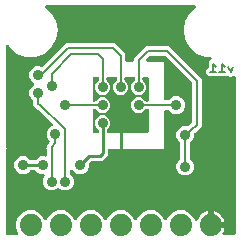
<source format=gbr>
G04 EAGLE Gerber RS-274X export*
G75*
%MOMM*%
%FSLAX34Y34*%
%LPD*%
%INBottom Copper*%
%IPPOS*%
%AMOC8*
5,1,8,0,0,1.08239X$1,22.5*%
G01*
%ADD10C,0.127000*%
%ADD11C,1.879600*%
%ADD12C,0.889000*%
%ADD13C,0.254000*%
%ADD14C,0.203200*%

G36*
X13549Y4325D02*
X13549Y4325D01*
X13599Y4323D01*
X13706Y4345D01*
X13815Y4359D01*
X13861Y4377D01*
X13910Y4387D01*
X14009Y4435D01*
X14111Y4476D01*
X14151Y4505D01*
X14196Y4527D01*
X14280Y4598D01*
X14368Y4662D01*
X14400Y4701D01*
X14438Y4733D01*
X14501Y4823D01*
X14571Y4907D01*
X14592Y4952D01*
X14621Y4993D01*
X14660Y5096D01*
X14707Y5195D01*
X14716Y5244D01*
X14734Y5290D01*
X14746Y5400D01*
X14767Y5507D01*
X14763Y5557D01*
X14769Y5606D01*
X14754Y5715D01*
X14747Y5825D01*
X14731Y5872D01*
X14725Y5921D01*
X14672Y6074D01*
X12953Y10224D01*
X12953Y15176D01*
X14848Y19750D01*
X18350Y23252D01*
X22924Y25147D01*
X27876Y25147D01*
X32450Y23252D01*
X35952Y19751D01*
X36927Y17395D01*
X36996Y17274D01*
X37061Y17152D01*
X37075Y17137D01*
X37085Y17119D01*
X37182Y17019D01*
X37275Y16916D01*
X37292Y16905D01*
X37306Y16891D01*
X37424Y16818D01*
X37541Y16742D01*
X37560Y16735D01*
X37577Y16724D01*
X37710Y16684D01*
X37842Y16638D01*
X37862Y16637D01*
X37881Y16631D01*
X38020Y16624D01*
X38159Y16613D01*
X38179Y16617D01*
X38199Y16616D01*
X38335Y16644D01*
X38472Y16668D01*
X38491Y16676D01*
X38510Y16680D01*
X38635Y16741D01*
X38762Y16798D01*
X38778Y16811D01*
X38796Y16820D01*
X38902Y16910D01*
X39010Y16997D01*
X39023Y17013D01*
X39038Y17026D01*
X39118Y17140D01*
X39202Y17251D01*
X39214Y17276D01*
X39221Y17286D01*
X39228Y17305D01*
X39273Y17395D01*
X40248Y19750D01*
X43750Y23252D01*
X48324Y25147D01*
X53276Y25147D01*
X57850Y23252D01*
X61352Y19750D01*
X62327Y17395D01*
X62396Y17275D01*
X62461Y17152D01*
X62475Y17137D01*
X62485Y17119D01*
X62582Y17019D01*
X62675Y16916D01*
X62692Y16905D01*
X62706Y16891D01*
X62824Y16818D01*
X62941Y16742D01*
X62960Y16735D01*
X62977Y16724D01*
X63110Y16684D01*
X63242Y16638D01*
X63262Y16637D01*
X63281Y16631D01*
X63420Y16624D01*
X63559Y16613D01*
X63579Y16617D01*
X63599Y16616D01*
X63735Y16644D01*
X63872Y16668D01*
X63891Y16676D01*
X63910Y16680D01*
X64035Y16741D01*
X64162Y16798D01*
X64178Y16811D01*
X64196Y16820D01*
X64302Y16910D01*
X64410Y16997D01*
X64423Y17013D01*
X64438Y17026D01*
X64518Y17140D01*
X64602Y17251D01*
X64614Y17276D01*
X64621Y17286D01*
X64628Y17305D01*
X64673Y17395D01*
X65648Y19750D01*
X69150Y23252D01*
X73724Y25147D01*
X78676Y25147D01*
X83250Y23252D01*
X86752Y19750D01*
X87727Y17395D01*
X87796Y17275D01*
X87861Y17152D01*
X87875Y17137D01*
X87885Y17119D01*
X87982Y17019D01*
X88075Y16916D01*
X88092Y16905D01*
X88106Y16891D01*
X88224Y16818D01*
X88341Y16742D01*
X88360Y16735D01*
X88377Y16724D01*
X88510Y16684D01*
X88642Y16638D01*
X88662Y16637D01*
X88681Y16631D01*
X88820Y16624D01*
X88959Y16613D01*
X88979Y16617D01*
X88999Y16616D01*
X89135Y16644D01*
X89272Y16668D01*
X89291Y16676D01*
X89310Y16680D01*
X89435Y16741D01*
X89562Y16798D01*
X89578Y16811D01*
X89596Y16820D01*
X89702Y16910D01*
X89810Y16997D01*
X89823Y17013D01*
X89838Y17026D01*
X89918Y17140D01*
X90002Y17251D01*
X90014Y17276D01*
X90021Y17286D01*
X90028Y17305D01*
X90073Y17395D01*
X91048Y19750D01*
X94550Y23252D01*
X99124Y25147D01*
X104076Y25147D01*
X108650Y23252D01*
X112152Y19750D01*
X113127Y17395D01*
X113196Y17275D01*
X113261Y17152D01*
X113275Y17137D01*
X113285Y17119D01*
X113382Y17019D01*
X113475Y16916D01*
X113492Y16905D01*
X113506Y16891D01*
X113624Y16818D01*
X113741Y16742D01*
X113760Y16735D01*
X113777Y16724D01*
X113910Y16684D01*
X114042Y16638D01*
X114062Y16637D01*
X114081Y16631D01*
X114220Y16624D01*
X114359Y16613D01*
X114379Y16617D01*
X114399Y16616D01*
X114535Y16644D01*
X114672Y16668D01*
X114691Y16676D01*
X114710Y16680D01*
X114835Y16741D01*
X114962Y16798D01*
X114978Y16811D01*
X114996Y16820D01*
X115102Y16910D01*
X115210Y16997D01*
X115223Y17013D01*
X115238Y17026D01*
X115318Y17140D01*
X115402Y17251D01*
X115414Y17276D01*
X115421Y17286D01*
X115428Y17305D01*
X115473Y17395D01*
X116448Y19750D01*
X119950Y23252D01*
X124524Y25147D01*
X129476Y25147D01*
X134050Y23252D01*
X137552Y19750D01*
X138527Y17395D01*
X138596Y17275D01*
X138661Y17152D01*
X138675Y17137D01*
X138685Y17119D01*
X138782Y17019D01*
X138875Y16916D01*
X138892Y16905D01*
X138906Y16891D01*
X139024Y16818D01*
X139141Y16742D01*
X139160Y16735D01*
X139177Y16724D01*
X139310Y16684D01*
X139442Y16638D01*
X139462Y16637D01*
X139481Y16631D01*
X139620Y16624D01*
X139759Y16613D01*
X139779Y16617D01*
X139799Y16616D01*
X139935Y16644D01*
X140072Y16668D01*
X140091Y16676D01*
X140110Y16680D01*
X140235Y16741D01*
X140362Y16798D01*
X140378Y16811D01*
X140396Y16820D01*
X140502Y16910D01*
X140610Y16997D01*
X140623Y17013D01*
X140638Y17026D01*
X140718Y17140D01*
X140802Y17251D01*
X140814Y17276D01*
X140821Y17286D01*
X140828Y17305D01*
X140873Y17395D01*
X141848Y19750D01*
X145350Y23252D01*
X149924Y25147D01*
X154876Y25147D01*
X159450Y23252D01*
X162952Y19750D01*
X164205Y16725D01*
X164220Y16699D01*
X164229Y16670D01*
X164299Y16561D01*
X164363Y16448D01*
X164384Y16427D01*
X164400Y16402D01*
X164494Y16313D01*
X164584Y16220D01*
X164610Y16204D01*
X164631Y16184D01*
X164745Y16121D01*
X164855Y16054D01*
X164884Y16045D01*
X164910Y16031D01*
X165035Y15998D01*
X165159Y15960D01*
X165189Y15959D01*
X165218Y15951D01*
X165348Y15951D01*
X165477Y15945D01*
X165506Y15951D01*
X165536Y15951D01*
X165661Y15983D01*
X165788Y16009D01*
X165815Y16022D01*
X165844Y16030D01*
X165957Y16092D01*
X166074Y16149D01*
X166097Y16168D01*
X166123Y16183D01*
X166217Y16271D01*
X166316Y16355D01*
X166333Y16380D01*
X166355Y16400D01*
X166424Y16509D01*
X166499Y16615D01*
X166510Y16643D01*
X166526Y16669D01*
X166585Y16818D01*
X166736Y17283D01*
X167589Y18957D01*
X168694Y20478D01*
X170022Y21806D01*
X171543Y22911D01*
X173217Y23764D01*
X175004Y24345D01*
X175261Y24385D01*
X175261Y13970D01*
X175276Y13852D01*
X175283Y13733D01*
X175296Y13695D01*
X175301Y13655D01*
X175344Y13544D01*
X175381Y13431D01*
X175403Y13397D01*
X175418Y13359D01*
X175488Y13263D01*
X175551Y13162D01*
X175581Y13134D01*
X175604Y13102D01*
X175696Y13026D01*
X175783Y12944D01*
X175818Y12925D01*
X175849Y12899D01*
X175957Y12848D01*
X176061Y12791D01*
X176101Y12780D01*
X176137Y12763D01*
X176254Y12741D01*
X176369Y12711D01*
X176430Y12707D01*
X176450Y12703D01*
X176470Y12705D01*
X176530Y12701D01*
X177801Y12701D01*
X177801Y11430D01*
X177816Y11312D01*
X177823Y11193D01*
X177836Y11155D01*
X177841Y11114D01*
X177885Y11004D01*
X177921Y10891D01*
X177943Y10856D01*
X177958Y10819D01*
X178028Y10723D01*
X178091Y10622D01*
X178121Y10594D01*
X178145Y10561D01*
X178236Y10486D01*
X178323Y10404D01*
X178358Y10384D01*
X178390Y10359D01*
X178497Y10308D01*
X178602Y10250D01*
X178641Y10240D01*
X178677Y10223D01*
X178794Y10201D01*
X178909Y10171D01*
X178970Y10167D01*
X178990Y10163D01*
X179010Y10165D01*
X179070Y10161D01*
X189485Y10161D01*
X189445Y9904D01*
X188864Y8117D01*
X188011Y6443D01*
X187932Y6334D01*
X187913Y6299D01*
X187887Y6269D01*
X187836Y6160D01*
X187779Y6056D01*
X187769Y6017D01*
X187752Y5981D01*
X187729Y5864D01*
X187700Y5747D01*
X187700Y5708D01*
X187692Y5668D01*
X187700Y5549D01*
X187699Y5429D01*
X187709Y5391D01*
X187712Y5351D01*
X187749Y5237D01*
X187778Y5121D01*
X187798Y5086D01*
X187810Y5049D01*
X187874Y4948D01*
X187931Y4843D01*
X187959Y4814D01*
X187980Y4780D01*
X188067Y4698D01*
X188149Y4611D01*
X188183Y4589D01*
X188212Y4562D01*
X188316Y4504D01*
X188417Y4440D01*
X188455Y4428D01*
X188490Y4408D01*
X188606Y4379D01*
X188720Y4341D01*
X188760Y4339D01*
X188798Y4329D01*
X188959Y4319D01*
X197612Y4319D01*
X197730Y4334D01*
X197849Y4341D01*
X197887Y4354D01*
X197928Y4359D01*
X198038Y4402D01*
X198151Y4439D01*
X198186Y4461D01*
X198223Y4476D01*
X198319Y4545D01*
X198420Y4609D01*
X198448Y4639D01*
X198481Y4662D01*
X198557Y4754D01*
X198638Y4841D01*
X198658Y4876D01*
X198683Y4907D01*
X198734Y5015D01*
X198792Y5119D01*
X198802Y5159D01*
X198819Y5195D01*
X198841Y5312D01*
X198871Y5427D01*
X198875Y5487D01*
X198879Y5507D01*
X198877Y5528D01*
X198881Y5588D01*
X198881Y138087D01*
X198881Y138091D01*
X198881Y138096D01*
X198861Y138248D01*
X198841Y138402D01*
X198840Y138407D01*
X198839Y138411D01*
X198782Y138552D01*
X198724Y138698D01*
X198722Y138702D01*
X198720Y138706D01*
X198627Y138832D01*
X198538Y138956D01*
X198534Y138958D01*
X198531Y138962D01*
X198411Y139061D01*
X198293Y139158D01*
X198288Y139160D01*
X198285Y139163D01*
X198142Y139229D01*
X198005Y139294D01*
X198001Y139295D01*
X197996Y139297D01*
X197843Y139325D01*
X197693Y139354D01*
X197688Y139353D01*
X197684Y139354D01*
X197530Y139344D01*
X197375Y139334D01*
X197371Y139332D01*
X197366Y139332D01*
X197211Y139291D01*
X196288Y138984D01*
X196280Y138979D01*
X196270Y138977D01*
X196122Y138915D01*
X195050Y138379D01*
X195027Y138383D01*
X194879Y138412D01*
X194870Y138412D01*
X194861Y138413D01*
X194712Y138403D01*
X194561Y138395D01*
X194553Y138392D01*
X194544Y138391D01*
X194518Y138384D01*
X193457Y138915D01*
X193448Y138918D01*
X193440Y138923D01*
X193291Y138984D01*
X192631Y139203D01*
X192491Y139231D01*
X192351Y139263D01*
X192335Y139262D01*
X192320Y139265D01*
X192176Y139257D01*
X192033Y139253D01*
X192018Y139249D01*
X192002Y139248D01*
X191865Y139204D01*
X191727Y139165D01*
X191714Y139157D01*
X191699Y139152D01*
X191577Y139076D01*
X191453Y139003D01*
X191437Y138989D01*
X191429Y138984D01*
X191416Y138970D01*
X191333Y138897D01*
X191119Y138683D01*
X176007Y138683D01*
X173850Y140841D01*
X173850Y143893D01*
X175766Y145809D01*
X175826Y145887D01*
X175894Y145959D01*
X175924Y146012D01*
X175961Y146060D01*
X176000Y146151D01*
X176048Y146238D01*
X176063Y146297D01*
X176087Y146352D01*
X176103Y146450D01*
X176127Y146546D01*
X176134Y146646D01*
X176137Y146666D01*
X176136Y146679D01*
X176137Y146707D01*
X176137Y150757D01*
X178407Y153027D01*
X178493Y153136D01*
X178581Y153243D01*
X178590Y153262D01*
X178602Y153278D01*
X178658Y153406D01*
X178717Y153531D01*
X178721Y153551D01*
X178729Y153570D01*
X178751Y153708D01*
X178777Y153844D01*
X178775Y153864D01*
X178778Y153884D01*
X178765Y154023D01*
X178757Y154161D01*
X178751Y154180D01*
X178749Y154200D01*
X178701Y154332D01*
X178659Y154463D01*
X178648Y154481D01*
X178641Y154500D01*
X178563Y154615D01*
X178489Y154732D01*
X178474Y154746D01*
X178462Y154763D01*
X178358Y154855D01*
X178257Y154950D01*
X178239Y154960D01*
X178224Y154973D01*
X178100Y155037D01*
X177978Y155104D01*
X177959Y155109D01*
X177941Y155118D01*
X177805Y155148D01*
X177671Y155183D01*
X177642Y155185D01*
X177630Y155188D01*
X177610Y155187D01*
X177510Y155193D01*
X173814Y155193D01*
X166322Y157920D01*
X160215Y163044D01*
X156229Y169949D01*
X154845Y177800D01*
X156229Y185651D01*
X160215Y192555D01*
X165082Y196640D01*
X165106Y196666D01*
X165135Y196686D01*
X165214Y196782D01*
X165299Y196873D01*
X165315Y196904D01*
X165338Y196931D01*
X165391Y197044D01*
X165450Y197153D01*
X165458Y197187D01*
X165474Y197219D01*
X165497Y197341D01*
X165527Y197461D01*
X165527Y197497D01*
X165533Y197532D01*
X165526Y197655D01*
X165525Y197779D01*
X165516Y197814D01*
X165514Y197849D01*
X165475Y197967D01*
X165444Y198087D01*
X165426Y198118D01*
X165416Y198151D01*
X165349Y198256D01*
X165289Y198365D01*
X165264Y198390D01*
X165245Y198420D01*
X165155Y198505D01*
X165070Y198595D01*
X165040Y198614D01*
X165014Y198638D01*
X164905Y198698D01*
X164800Y198764D01*
X164766Y198775D01*
X164735Y198792D01*
X164615Y198823D01*
X164497Y198860D01*
X164462Y198862D01*
X164427Y198871D01*
X164267Y198881D01*
X38933Y198881D01*
X38898Y198877D01*
X38863Y198879D01*
X38741Y198857D01*
X38618Y198841D01*
X38585Y198828D01*
X38550Y198822D01*
X38437Y198770D01*
X38322Y198724D01*
X38294Y198704D01*
X38261Y198689D01*
X38165Y198610D01*
X38065Y198538D01*
X38042Y198510D01*
X38015Y198488D01*
X37941Y198388D01*
X37862Y198293D01*
X37847Y198261D01*
X37826Y198232D01*
X37779Y198117D01*
X37726Y198005D01*
X37720Y197970D01*
X37707Y197937D01*
X37690Y197814D01*
X37667Y197693D01*
X37669Y197657D01*
X37664Y197622D01*
X37679Y197499D01*
X37686Y197375D01*
X37697Y197341D01*
X37702Y197306D01*
X37746Y197191D01*
X37784Y197073D01*
X37803Y197043D01*
X37816Y197010D01*
X37888Y196909D01*
X37955Y196804D01*
X37980Y196780D01*
X38001Y196751D01*
X38118Y196640D01*
X42985Y192556D01*
X46971Y185651D01*
X48355Y177800D01*
X46971Y169949D01*
X42985Y163045D01*
X36878Y157920D01*
X29386Y155193D01*
X21414Y155193D01*
X13922Y157920D01*
X7815Y163044D01*
X6687Y164998D01*
X6599Y165114D01*
X6514Y165232D01*
X6503Y165241D01*
X6495Y165251D01*
X6381Y165342D01*
X6269Y165435D01*
X6256Y165441D01*
X6246Y165449D01*
X6112Y165509D01*
X5981Y165570D01*
X5968Y165573D01*
X5955Y165578D01*
X5811Y165603D01*
X5668Y165630D01*
X5655Y165629D01*
X5642Y165632D01*
X5496Y165619D01*
X5351Y165610D01*
X5338Y165606D01*
X5325Y165605D01*
X5187Y165557D01*
X5049Y165512D01*
X5037Y165505D01*
X5024Y165501D01*
X4903Y165420D01*
X4780Y165342D01*
X4771Y165332D01*
X4759Y165325D01*
X4662Y165217D01*
X4562Y165111D01*
X4555Y165099D01*
X4546Y165089D01*
X4479Y164960D01*
X4408Y164832D01*
X4405Y164819D01*
X4399Y164807D01*
X4365Y164665D01*
X4329Y164524D01*
X4328Y164506D01*
X4326Y164498D01*
X4326Y164480D01*
X4319Y164363D01*
X4319Y78740D01*
X4334Y78622D01*
X4341Y78503D01*
X4354Y78465D01*
X4359Y78424D01*
X4402Y78314D01*
X4439Y78201D01*
X4461Y78166D01*
X4476Y78129D01*
X4545Y78033D01*
X4609Y77932D01*
X4639Y77904D01*
X4662Y77871D01*
X4754Y77796D01*
X4841Y77714D01*
X4876Y77694D01*
X4907Y77669D01*
X5015Y77618D01*
X5119Y77560D01*
X5159Y77550D01*
X5195Y77533D01*
X5312Y77511D01*
X5427Y77481D01*
X5487Y77477D01*
X5507Y77473D01*
X5528Y77475D01*
X5588Y77471D01*
X37846Y77471D01*
X37964Y77486D01*
X38083Y77493D01*
X38121Y77506D01*
X38162Y77511D01*
X38272Y77554D01*
X38385Y77591D01*
X38420Y77613D01*
X38457Y77628D01*
X38553Y77698D01*
X38654Y77761D01*
X38682Y77791D01*
X38715Y77814D01*
X38791Y77906D01*
X38872Y77993D01*
X38892Y78028D01*
X38917Y78059D01*
X38968Y78167D01*
X39026Y78271D01*
X39036Y78311D01*
X39053Y78347D01*
X39075Y78464D01*
X39105Y78579D01*
X39109Y78640D01*
X39113Y78660D01*
X39111Y78680D01*
X39115Y78740D01*
X39115Y80424D01*
X41094Y82403D01*
X41168Y82497D01*
X41246Y82586D01*
X41265Y82622D01*
X41289Y82654D01*
X41337Y82764D01*
X41391Y82869D01*
X41400Y82909D01*
X41416Y82946D01*
X41434Y83064D01*
X41460Y83180D01*
X41459Y83220D01*
X41466Y83260D01*
X41454Y83379D01*
X41451Y83498D01*
X41440Y83536D01*
X41436Y83577D01*
X41395Y83689D01*
X41362Y83803D01*
X41342Y83838D01*
X41328Y83876D01*
X41261Y83975D01*
X41201Y84077D01*
X41161Y84122D01*
X41150Y84139D01*
X41134Y84153D01*
X41094Y84198D01*
X40002Y85290D01*
X38861Y88044D01*
X38861Y91026D01*
X40002Y93780D01*
X42110Y95888D01*
X43529Y96476D01*
X43591Y96511D01*
X43658Y96538D01*
X43729Y96590D01*
X43806Y96633D01*
X43857Y96683D01*
X43915Y96725D01*
X43971Y96793D01*
X44034Y96855D01*
X44071Y96916D01*
X44117Y96971D01*
X44154Y97051D01*
X44200Y97126D01*
X44221Y97194D01*
X44252Y97259D01*
X44268Y97346D01*
X44294Y97430D01*
X44297Y97501D01*
X44311Y97571D01*
X44305Y97659D01*
X44309Y97747D01*
X44295Y97817D01*
X44290Y97889D01*
X44263Y97972D01*
X44245Y98059D01*
X44213Y98123D01*
X44191Y98191D01*
X44144Y98265D01*
X44105Y98344D01*
X44059Y98399D01*
X44020Y98459D01*
X43910Y98576D01*
X31784Y109894D01*
X31721Y109939D01*
X31665Y109992D01*
X31593Y110032D01*
X31526Y110080D01*
X31469Y110102D01*
X30438Y111133D01*
X30211Y111361D01*
X30201Y111369D01*
X30179Y111391D01*
X28878Y112606D01*
X28852Y112664D01*
X28805Y112725D01*
X28766Y112792D01*
X28659Y112912D01*
X27685Y113886D01*
X27685Y117401D01*
X27673Y117499D01*
X27670Y117598D01*
X27653Y117657D01*
X27645Y117717D01*
X27609Y117809D01*
X27581Y117904D01*
X27551Y117956D01*
X27528Y118012D01*
X27470Y118093D01*
X27420Y118178D01*
X27354Y118253D01*
X27342Y118270D01*
X27332Y118278D01*
X27314Y118299D01*
X25397Y120215D01*
X24256Y122969D01*
X24256Y125951D01*
X25397Y128705D01*
X27505Y130813D01*
X27733Y130907D01*
X27853Y130976D01*
X27977Y131041D01*
X27992Y131055D01*
X28010Y131065D01*
X28109Y131161D01*
X28212Y131255D01*
X28223Y131272D01*
X28238Y131286D01*
X28311Y131405D01*
X28387Y131521D01*
X28394Y131540D01*
X28404Y131557D01*
X28445Y131690D01*
X28490Y131822D01*
X28492Y131842D01*
X28498Y131861D01*
X28504Y132000D01*
X28515Y132139D01*
X28512Y132159D01*
X28513Y132179D01*
X28485Y132315D01*
X28461Y132452D01*
X28453Y132471D01*
X28449Y132490D01*
X28388Y132615D01*
X28330Y132742D01*
X28318Y132758D01*
X28309Y132776D01*
X28219Y132882D01*
X28132Y132991D01*
X28116Y133003D01*
X28103Y133018D01*
X27989Y133098D01*
X27878Y133182D01*
X27852Y133194D01*
X27843Y133201D01*
X27824Y133208D01*
X27733Y133253D01*
X27505Y133347D01*
X25397Y135455D01*
X24256Y138209D01*
X24256Y141191D01*
X25397Y143945D01*
X27505Y146053D01*
X30259Y147194D01*
X33241Y147194D01*
X34433Y146700D01*
X34462Y146692D01*
X34488Y146679D01*
X34615Y146650D01*
X34740Y146616D01*
X34769Y146615D01*
X34798Y146609D01*
X34928Y146613D01*
X35058Y146611D01*
X35087Y146618D01*
X35116Y146619D01*
X35241Y146655D01*
X35367Y146685D01*
X35393Y146699D01*
X35422Y146707D01*
X35534Y146773D01*
X35648Y146834D01*
X35670Y146853D01*
X35696Y146868D01*
X35816Y146975D01*
X55466Y166625D01*
X96934Y166625D01*
X105665Y157894D01*
X105665Y152400D01*
X105680Y152282D01*
X105687Y152163D01*
X105700Y152125D01*
X105705Y152084D01*
X105748Y151974D01*
X105785Y151861D01*
X105807Y151826D01*
X105822Y151789D01*
X105891Y151693D01*
X105955Y151592D01*
X105985Y151564D01*
X106008Y151531D01*
X106100Y151456D01*
X106187Y151374D01*
X106222Y151354D01*
X106253Y151329D01*
X106361Y151278D01*
X106465Y151220D01*
X106505Y151210D01*
X106541Y151193D01*
X106658Y151171D01*
X106773Y151141D01*
X106833Y151137D01*
X106853Y151133D01*
X106874Y151135D01*
X106934Y151131D01*
X111506Y151131D01*
X111624Y151146D01*
X111743Y151153D01*
X111781Y151166D01*
X111822Y151171D01*
X111932Y151214D01*
X112045Y151251D01*
X112080Y151273D01*
X112117Y151288D01*
X112213Y151358D01*
X112314Y151421D01*
X112342Y151451D01*
X112375Y151474D01*
X112451Y151566D01*
X112532Y151653D01*
X112552Y151688D01*
X112577Y151719D01*
X112628Y151827D01*
X112686Y151931D01*
X112696Y151971D01*
X112713Y152007D01*
X112735Y152124D01*
X112765Y152239D01*
X112769Y152300D01*
X112773Y152320D01*
X112771Y152340D01*
X112775Y152400D01*
X112775Y154084D01*
X122776Y164085D01*
X142654Y164085D01*
X170435Y136304D01*
X170435Y99794D01*
X170442Y99738D01*
X170440Y99681D01*
X170462Y99580D01*
X170475Y99479D01*
X170496Y99426D01*
X170508Y99370D01*
X170544Y99297D01*
X170438Y97697D01*
X170439Y97676D01*
X170435Y97612D01*
X170435Y96015D01*
X170413Y95981D01*
X170387Y95904D01*
X169180Y94848D01*
X169166Y94832D01*
X169119Y94790D01*
X167989Y93661D01*
X167950Y93652D01*
X167858Y93606D01*
X167763Y93568D01*
X167717Y93535D01*
X167666Y93509D01*
X167538Y93411D01*
X164137Y90435D01*
X164044Y90330D01*
X163947Y90227D01*
X163938Y90211D01*
X163926Y90197D01*
X163861Y90072D01*
X163793Y89949D01*
X163789Y89931D01*
X163780Y89915D01*
X163749Y89777D01*
X163714Y89641D01*
X163712Y89615D01*
X163710Y89605D01*
X163710Y89585D01*
X163704Y89480D01*
X163704Y87409D01*
X162563Y84655D01*
X160646Y82739D01*
X160586Y82660D01*
X160518Y82588D01*
X160489Y82535D01*
X160452Y82487D01*
X160412Y82397D01*
X160364Y82310D01*
X160349Y82251D01*
X160325Y82196D01*
X160310Y82098D01*
X160285Y82002D01*
X160279Y81902D01*
X160275Y81882D01*
X160277Y81869D01*
X160275Y81841D01*
X160275Y69289D01*
X160287Y69191D01*
X160290Y69092D01*
X160307Y69033D01*
X160315Y68973D01*
X160351Y68881D01*
X160379Y68786D01*
X160409Y68734D01*
X160432Y68678D01*
X160490Y68597D01*
X160540Y68512D01*
X160606Y68437D01*
X160618Y68420D01*
X160628Y68412D01*
X160646Y68391D01*
X162563Y66475D01*
X163704Y63721D01*
X163704Y60739D01*
X162563Y57985D01*
X160455Y55877D01*
X157701Y54736D01*
X154719Y54736D01*
X151965Y55877D01*
X149857Y57985D01*
X148716Y60739D01*
X148716Y63721D01*
X149857Y66475D01*
X151774Y68391D01*
X151834Y68470D01*
X151902Y68542D01*
X151931Y68595D01*
X151968Y68643D01*
X152008Y68733D01*
X152056Y68820D01*
X152071Y68879D01*
X152095Y68934D01*
X152110Y69032D01*
X152135Y69128D01*
X152141Y69228D01*
X152145Y69248D01*
X152143Y69261D01*
X152145Y69289D01*
X152145Y81841D01*
X152133Y81939D01*
X152130Y82038D01*
X152113Y82097D01*
X152105Y82157D01*
X152069Y82249D01*
X152041Y82344D01*
X152011Y82396D01*
X151988Y82452D01*
X151930Y82533D01*
X151880Y82618D01*
X151814Y82693D01*
X151802Y82710D01*
X151792Y82718D01*
X151774Y82739D01*
X149857Y84655D01*
X148716Y87409D01*
X148716Y90391D01*
X149857Y93145D01*
X151965Y95253D01*
X154719Y96394D01*
X157758Y96394D01*
X157865Y96362D01*
X157878Y96362D01*
X157890Y96358D01*
X158037Y96356D01*
X158183Y96351D01*
X158195Y96353D01*
X158208Y96353D01*
X158350Y96387D01*
X158494Y96418D01*
X158505Y96424D01*
X158517Y96427D01*
X158647Y96496D01*
X158778Y96561D01*
X158791Y96572D01*
X158799Y96576D01*
X158811Y96587D01*
X158905Y96659D01*
X161872Y99255D01*
X161965Y99361D01*
X162062Y99463D01*
X162071Y99479D01*
X162083Y99493D01*
X162148Y99618D01*
X162216Y99742D01*
X162220Y99759D01*
X162229Y99776D01*
X162260Y99913D01*
X162295Y100050D01*
X162297Y100075D01*
X162299Y100086D01*
X162299Y100106D01*
X162305Y100210D01*
X162305Y132411D01*
X162293Y132509D01*
X162290Y132608D01*
X162273Y132666D01*
X162265Y132726D01*
X162229Y132818D01*
X162201Y132913D01*
X162171Y132965D01*
X162148Y133022D01*
X162090Y133102D01*
X162040Y133187D01*
X161974Y133263D01*
X161962Y133279D01*
X161952Y133287D01*
X161934Y133308D01*
X139658Y155584D01*
X139580Y155644D01*
X139508Y155712D01*
X139455Y155741D01*
X139407Y155778D01*
X139316Y155818D01*
X139229Y155866D01*
X139171Y155881D01*
X139115Y155905D01*
X139017Y155920D01*
X138921Y155945D01*
X138821Y155951D01*
X138801Y155955D01*
X138789Y155953D01*
X138761Y155955D01*
X126669Y155955D01*
X126571Y155943D01*
X126472Y155940D01*
X126414Y155923D01*
X126354Y155915D01*
X126262Y155879D01*
X126167Y155851D01*
X126115Y155821D01*
X126058Y155798D01*
X125978Y155740D01*
X125893Y155690D01*
X125817Y155624D01*
X125801Y155612D01*
X125793Y155602D01*
X125772Y155584D01*
X123486Y153298D01*
X123401Y153188D01*
X123312Y153081D01*
X123303Y153062D01*
X123291Y153046D01*
X123235Y152918D01*
X123176Y152793D01*
X123173Y152773D01*
X123165Y152754D01*
X123143Y152616D01*
X123117Y152481D01*
X123118Y152460D01*
X123115Y152440D01*
X123128Y152301D01*
X123136Y152163D01*
X123143Y152144D01*
X123145Y152124D01*
X123192Y151992D01*
X123234Y151861D01*
X123245Y151843D01*
X123252Y151824D01*
X123330Y151709D01*
X123405Y151592D01*
X123419Y151578D01*
X123431Y151561D01*
X123535Y151469D01*
X123636Y151374D01*
X123654Y151364D01*
X123669Y151351D01*
X123793Y151287D01*
X123915Y151220D01*
X123934Y151215D01*
X123952Y151206D01*
X124088Y151176D01*
X124223Y151141D01*
X124251Y151139D01*
X124263Y151137D01*
X124283Y151137D01*
X124383Y151131D01*
X138431Y151131D01*
X138431Y119634D01*
X138446Y119516D01*
X138453Y119397D01*
X138466Y119359D01*
X138471Y119318D01*
X138514Y119208D01*
X138551Y119095D01*
X138573Y119060D01*
X138588Y119023D01*
X138658Y118927D01*
X138721Y118826D01*
X138751Y118798D01*
X138774Y118765D01*
X138866Y118689D01*
X138953Y118608D01*
X138988Y118588D01*
X139019Y118563D01*
X139127Y118512D01*
X139231Y118454D01*
X139271Y118444D01*
X139307Y118427D01*
X139424Y118405D01*
X139539Y118375D01*
X139600Y118371D01*
X139620Y118367D01*
X139640Y118369D01*
X139700Y118365D01*
X141531Y118365D01*
X141629Y118377D01*
X141728Y118380D01*
X141787Y118397D01*
X141847Y118405D01*
X141939Y118441D01*
X142034Y118469D01*
X142086Y118499D01*
X142142Y118522D01*
X142223Y118580D01*
X142308Y118630D01*
X142383Y118696D01*
X142400Y118708D01*
X142408Y118718D01*
X142429Y118736D01*
X144345Y120653D01*
X147099Y121794D01*
X150081Y121794D01*
X152835Y120653D01*
X154943Y118545D01*
X156084Y115791D01*
X156084Y112809D01*
X154943Y110055D01*
X152835Y107947D01*
X150081Y106806D01*
X147099Y106806D01*
X144345Y107947D01*
X142429Y109864D01*
X142350Y109924D01*
X142278Y109992D01*
X142225Y110021D01*
X142177Y110058D01*
X142087Y110098D01*
X142000Y110146D01*
X141941Y110161D01*
X141886Y110185D01*
X141788Y110200D01*
X141692Y110225D01*
X141592Y110231D01*
X141572Y110235D01*
X141559Y110233D01*
X141531Y110235D01*
X139700Y110235D01*
X139582Y110220D01*
X139463Y110213D01*
X139425Y110200D01*
X139384Y110195D01*
X139274Y110152D01*
X139161Y110115D01*
X139126Y110093D01*
X139089Y110078D01*
X138993Y110009D01*
X138892Y109945D01*
X138864Y109915D01*
X138831Y109892D01*
X138756Y109800D01*
X138674Y109713D01*
X138654Y109678D01*
X138629Y109647D01*
X138578Y109539D01*
X138520Y109435D01*
X138510Y109395D01*
X138493Y109359D01*
X138471Y109242D01*
X138441Y109127D01*
X138437Y109067D01*
X138433Y109047D01*
X138435Y109026D01*
X138431Y108966D01*
X138431Y77469D01*
X91948Y77469D01*
X91830Y77454D01*
X91711Y77447D01*
X91673Y77434D01*
X91632Y77429D01*
X91522Y77386D01*
X91409Y77349D01*
X91374Y77327D01*
X91337Y77312D01*
X91241Y77243D01*
X91140Y77179D01*
X91112Y77149D01*
X91079Y77126D01*
X91003Y77034D01*
X90922Y76947D01*
X90902Y76912D01*
X90877Y76881D01*
X90826Y76773D01*
X90768Y76669D01*
X90758Y76629D01*
X90741Y76593D01*
X90719Y76476D01*
X90689Y76361D01*
X90685Y76301D01*
X90681Y76281D01*
X90683Y76260D01*
X90679Y76200D01*
X90679Y71871D01*
X85609Y66801D01*
X77245Y66801D01*
X77146Y66789D01*
X77047Y66786D01*
X76989Y66769D01*
X76929Y66761D01*
X76837Y66725D01*
X76742Y66697D01*
X76690Y66667D01*
X76633Y66644D01*
X76553Y66586D01*
X76468Y66536D01*
X76393Y66470D01*
X76376Y66458D01*
X76368Y66448D01*
X76347Y66430D01*
X75175Y65258D01*
X75115Y65180D01*
X75047Y65107D01*
X75018Y65054D01*
X74981Y65007D01*
X74941Y64916D01*
X74893Y64829D01*
X74878Y64770D01*
X74854Y64715D01*
X74839Y64617D01*
X74814Y64521D01*
X74808Y64421D01*
X74804Y64401D01*
X74806Y64388D01*
X74804Y64360D01*
X74804Y62009D01*
X73663Y59255D01*
X71555Y57147D01*
X68801Y56006D01*
X65819Y56006D01*
X63065Y57147D01*
X60841Y59371D01*
X60732Y59456D01*
X60625Y59545D01*
X60606Y59553D01*
X60590Y59566D01*
X60462Y59621D01*
X60337Y59680D01*
X60317Y59684D01*
X60298Y59692D01*
X60160Y59714D01*
X60024Y59740D01*
X60004Y59739D01*
X59984Y59742D01*
X59845Y59729D01*
X59707Y59720D01*
X59688Y59714D01*
X59668Y59712D01*
X59536Y59665D01*
X59405Y59622D01*
X59387Y59611D01*
X59368Y59605D01*
X59253Y59526D01*
X59136Y59452D01*
X59122Y59437D01*
X59105Y59426D01*
X59013Y59322D01*
X58918Y59220D01*
X58908Y59203D01*
X58895Y59188D01*
X58831Y59063D01*
X58764Y58942D01*
X58759Y58922D01*
X58750Y58904D01*
X58720Y58768D01*
X58685Y58634D01*
X58683Y58606D01*
X58680Y58594D01*
X58681Y58574D01*
X58675Y58473D01*
X58675Y56589D01*
X58687Y56491D01*
X58690Y56392D01*
X58707Y56333D01*
X58715Y56273D01*
X58751Y56181D01*
X58779Y56086D01*
X58809Y56034D01*
X58832Y55978D01*
X58890Y55897D01*
X58940Y55812D01*
X59006Y55737D01*
X59018Y55720D01*
X59028Y55712D01*
X59046Y55691D01*
X60963Y53775D01*
X62104Y51021D01*
X62104Y48039D01*
X60963Y45285D01*
X58855Y43177D01*
X56101Y42036D01*
X53119Y42036D01*
X50365Y43177D01*
X49792Y43750D01*
X49698Y43823D01*
X49609Y43902D01*
X49573Y43920D01*
X49541Y43945D01*
X49432Y43992D01*
X49326Y44046D01*
X49287Y44055D01*
X49249Y44071D01*
X49132Y44090D01*
X49016Y44116D01*
X48975Y44115D01*
X48935Y44121D01*
X48817Y44110D01*
X48698Y44106D01*
X48659Y44095D01*
X48619Y44091D01*
X48507Y44051D01*
X48392Y44018D01*
X48357Y43997D01*
X48319Y43984D01*
X48221Y43917D01*
X48118Y43856D01*
X48073Y43816D01*
X48056Y43805D01*
X48043Y43790D01*
X47997Y43750D01*
X47425Y43177D01*
X44671Y42036D01*
X41689Y42036D01*
X38935Y43177D01*
X36827Y45285D01*
X35686Y48039D01*
X35686Y51021D01*
X36827Y53775D01*
X36892Y53839D01*
X36977Y53949D01*
X37066Y54056D01*
X37074Y54075D01*
X37087Y54091D01*
X37142Y54218D01*
X37201Y54344D01*
X37205Y54364D01*
X37213Y54383D01*
X37235Y54520D01*
X37261Y54657D01*
X37260Y54677D01*
X37263Y54697D01*
X37250Y54835D01*
X37241Y54974D01*
X37235Y54993D01*
X37233Y55013D01*
X37186Y55144D01*
X37143Y55276D01*
X37132Y55294D01*
X37126Y55313D01*
X37047Y55428D01*
X36973Y55545D01*
X36958Y55559D01*
X36947Y55576D01*
X36843Y55668D01*
X36741Y55763D01*
X36724Y55773D01*
X36709Y55786D01*
X36585Y55849D01*
X36463Y55917D01*
X36443Y55922D01*
X36425Y55931D01*
X36290Y55961D01*
X36155Y55996D01*
X36127Y55998D01*
X36115Y56001D01*
X36095Y56000D01*
X35994Y56006D01*
X34069Y56006D01*
X31315Y57147D01*
X29653Y58810D01*
X29575Y58870D01*
X29502Y58938D01*
X29449Y58967D01*
X29402Y59004D01*
X29311Y59044D01*
X29224Y59092D01*
X29165Y59107D01*
X29110Y59131D01*
X29012Y59146D01*
X28916Y59171D01*
X28816Y59177D01*
X28796Y59181D01*
X28783Y59179D01*
X28755Y59181D01*
X25855Y59181D01*
X25757Y59169D01*
X25657Y59166D01*
X25599Y59149D01*
X25539Y59141D01*
X25447Y59105D01*
X25352Y59077D01*
X25300Y59047D01*
X25243Y59024D01*
X25163Y58966D01*
X25078Y58916D01*
X25003Y58850D01*
X24986Y58838D01*
X24978Y58828D01*
X24957Y58810D01*
X23295Y57147D01*
X20541Y56006D01*
X17559Y56006D01*
X14805Y57147D01*
X12697Y59255D01*
X11556Y62009D01*
X11556Y64991D01*
X12697Y67745D01*
X14805Y69853D01*
X17559Y70994D01*
X20541Y70994D01*
X23295Y69853D01*
X24957Y68190D01*
X25035Y68130D01*
X25108Y68062D01*
X25161Y68033D01*
X25208Y67996D01*
X25299Y67956D01*
X25386Y67908D01*
X25445Y67893D01*
X25500Y67869D01*
X25598Y67854D01*
X25694Y67829D01*
X25794Y67823D01*
X25814Y67819D01*
X25827Y67821D01*
X25855Y67819D01*
X28755Y67819D01*
X28853Y67831D01*
X28953Y67834D01*
X29011Y67851D01*
X29071Y67859D01*
X29163Y67895D01*
X29258Y67923D01*
X29310Y67953D01*
X29367Y67976D01*
X29447Y68034D01*
X29532Y68084D01*
X29607Y68150D01*
X29624Y68162D01*
X29632Y68172D01*
X29653Y68190D01*
X31315Y69853D01*
X34069Y70994D01*
X37051Y70994D01*
X37360Y70865D01*
X37408Y70852D01*
X37453Y70831D01*
X37561Y70811D01*
X37667Y70782D01*
X37717Y70781D01*
X37766Y70771D01*
X37875Y70778D01*
X37985Y70776D01*
X38033Y70788D01*
X38083Y70791D01*
X38187Y70825D01*
X38294Y70851D01*
X38338Y70874D01*
X38385Y70889D01*
X38478Y70948D01*
X38575Y70999D01*
X38612Y71033D01*
X38654Y71059D01*
X38729Y71139D01*
X38811Y71213D01*
X38838Y71255D01*
X38872Y71291D01*
X38925Y71387D01*
X38985Y71479D01*
X39002Y71526D01*
X39026Y71569D01*
X39053Y71676D01*
X39089Y71780D01*
X39093Y71829D01*
X39105Y71877D01*
X39115Y72038D01*
X39115Y76200D01*
X39100Y76318D01*
X39093Y76437D01*
X39080Y76475D01*
X39075Y76516D01*
X39032Y76626D01*
X38995Y76739D01*
X38973Y76774D01*
X38958Y76811D01*
X38889Y76907D01*
X38825Y77008D01*
X38795Y77036D01*
X38772Y77069D01*
X38680Y77145D01*
X38593Y77226D01*
X38558Y77246D01*
X38527Y77271D01*
X38419Y77322D01*
X38315Y77380D01*
X38275Y77390D01*
X38239Y77407D01*
X38122Y77429D01*
X38007Y77459D01*
X37947Y77463D01*
X37927Y77467D01*
X37906Y77465D01*
X37846Y77469D01*
X5588Y77469D01*
X5470Y77454D01*
X5351Y77447D01*
X5313Y77434D01*
X5272Y77429D01*
X5162Y77386D01*
X5049Y77349D01*
X5014Y77327D01*
X4977Y77312D01*
X4881Y77243D01*
X4780Y77179D01*
X4752Y77149D01*
X4719Y77126D01*
X4643Y77034D01*
X4562Y76947D01*
X4542Y76912D01*
X4517Y76881D01*
X4466Y76773D01*
X4408Y76669D01*
X4398Y76629D01*
X4381Y76593D01*
X4359Y76476D01*
X4329Y76361D01*
X4325Y76301D01*
X4321Y76281D01*
X4323Y76260D01*
X4319Y76200D01*
X4319Y5588D01*
X4334Y5470D01*
X4341Y5351D01*
X4354Y5313D01*
X4359Y5272D01*
X4402Y5162D01*
X4439Y5049D01*
X4461Y5014D01*
X4476Y4977D01*
X4545Y4881D01*
X4609Y4780D01*
X4639Y4752D01*
X4662Y4719D01*
X4754Y4643D01*
X4841Y4562D01*
X4876Y4542D01*
X4907Y4517D01*
X5015Y4466D01*
X5119Y4408D01*
X5159Y4398D01*
X5195Y4381D01*
X5312Y4359D01*
X5427Y4329D01*
X5487Y4325D01*
X5507Y4321D01*
X5528Y4323D01*
X5588Y4319D01*
X13500Y4319D01*
X13549Y4325D01*
G37*
G36*
X82316Y90682D02*
X82316Y90682D01*
X82335Y90680D01*
X82437Y90702D01*
X82539Y90719D01*
X82556Y90728D01*
X82576Y90732D01*
X82665Y90785D01*
X82756Y90834D01*
X82770Y90848D01*
X82787Y90858D01*
X82854Y90937D01*
X82926Y91012D01*
X82934Y91030D01*
X82947Y91045D01*
X82986Y91141D01*
X83029Y91235D01*
X83031Y91255D01*
X83039Y91273D01*
X83057Y91440D01*
X83057Y92908D01*
X83038Y93023D01*
X83021Y93139D01*
X83018Y93145D01*
X83018Y93151D01*
X82963Y93253D01*
X82910Y93358D01*
X82905Y93363D01*
X82902Y93368D01*
X82818Y93448D01*
X82734Y93531D01*
X82728Y93534D01*
X82724Y93537D01*
X82720Y93540D01*
X80868Y95391D01*
X79882Y97772D01*
X79882Y100348D01*
X80868Y102729D01*
X82691Y104552D01*
X85072Y105538D01*
X87648Y105538D01*
X90029Y104552D01*
X91852Y102729D01*
X92838Y100348D01*
X92838Y97772D01*
X91852Y95391D01*
X89977Y93516D01*
X89933Y93490D01*
X89929Y93485D01*
X89924Y93482D01*
X89850Y93392D01*
X89773Y93303D01*
X89771Y93297D01*
X89767Y93292D01*
X89725Y93184D01*
X89681Y93075D01*
X89680Y93067D01*
X89679Y93063D01*
X89678Y93045D01*
X89663Y92908D01*
X89663Y91440D01*
X89666Y91420D01*
X89664Y91401D01*
X89686Y91299D01*
X89702Y91197D01*
X89712Y91180D01*
X89716Y91160D01*
X89769Y91071D01*
X89818Y90980D01*
X89832Y90966D01*
X89842Y90949D01*
X89921Y90882D01*
X89996Y90811D01*
X90014Y90802D01*
X90029Y90789D01*
X90125Y90750D01*
X90219Y90707D01*
X90239Y90705D01*
X90257Y90697D01*
X90424Y90679D01*
X124460Y90679D01*
X124480Y90682D01*
X124499Y90680D01*
X124601Y90702D01*
X124703Y90719D01*
X124720Y90728D01*
X124740Y90732D01*
X124829Y90785D01*
X124920Y90834D01*
X124934Y90848D01*
X124951Y90858D01*
X125018Y90937D01*
X125090Y91012D01*
X125098Y91030D01*
X125111Y91045D01*
X125150Y91141D01*
X125193Y91235D01*
X125195Y91255D01*
X125203Y91273D01*
X125221Y91440D01*
X125221Y110490D01*
X125219Y110502D01*
X125220Y110511D01*
X125219Y110517D01*
X125220Y110529D01*
X125198Y110631D01*
X125182Y110733D01*
X125172Y110750D01*
X125168Y110770D01*
X125115Y110859D01*
X125066Y110950D01*
X125052Y110964D01*
X125042Y110981D01*
X124963Y111048D01*
X124888Y111120D01*
X124870Y111128D01*
X124855Y111141D01*
X124759Y111180D01*
X124665Y111223D01*
X124645Y111225D01*
X124627Y111233D01*
X124460Y111251D01*
X123097Y111251D01*
X122983Y111233D01*
X122866Y111215D01*
X122861Y111213D01*
X122855Y111212D01*
X122752Y111157D01*
X122647Y111104D01*
X122643Y111099D01*
X122637Y111096D01*
X122557Y111012D01*
X122475Y110928D01*
X122471Y110922D01*
X122468Y110918D01*
X122460Y110901D01*
X122394Y110781D01*
X122332Y110631D01*
X120509Y108808D01*
X118128Y107822D01*
X115552Y107822D01*
X113171Y108808D01*
X111348Y110631D01*
X110362Y113012D01*
X110362Y115588D01*
X111348Y117969D01*
X113171Y119792D01*
X115552Y120778D01*
X118128Y120778D01*
X120509Y119792D01*
X122332Y117969D01*
X122394Y117819D01*
X122455Y117720D01*
X122515Y117619D01*
X122520Y117615D01*
X122524Y117610D01*
X122613Y117536D01*
X122702Y117459D01*
X122708Y117457D01*
X122713Y117453D01*
X122821Y117411D01*
X122931Y117367D01*
X122938Y117366D01*
X122943Y117365D01*
X122961Y117364D01*
X123097Y117349D01*
X124460Y117349D01*
X124480Y117352D01*
X124499Y117350D01*
X124601Y117372D01*
X124703Y117388D01*
X124720Y117398D01*
X124740Y117402D01*
X124829Y117455D01*
X124920Y117504D01*
X124934Y117518D01*
X124951Y117528D01*
X125018Y117607D01*
X125090Y117682D01*
X125098Y117700D01*
X125111Y117715D01*
X125150Y117811D01*
X125193Y117905D01*
X125195Y117925D01*
X125203Y117943D01*
X125221Y118110D01*
X125221Y137160D01*
X125218Y137180D01*
X125220Y137199D01*
X125198Y137301D01*
X125182Y137403D01*
X125172Y137420D01*
X125168Y137440D01*
X125115Y137529D01*
X125066Y137620D01*
X125052Y137634D01*
X125042Y137651D01*
X124963Y137718D01*
X124888Y137790D01*
X124870Y137798D01*
X124855Y137811D01*
X124759Y137850D01*
X124665Y137893D01*
X124645Y137895D01*
X124627Y137903D01*
X124460Y137921D01*
X120650Y137921D01*
X120630Y137918D01*
X120611Y137920D01*
X120509Y137898D01*
X120407Y137882D01*
X120390Y137872D01*
X120370Y137868D01*
X120281Y137815D01*
X120190Y137766D01*
X120176Y137752D01*
X120159Y137742D01*
X120092Y137663D01*
X120020Y137588D01*
X120012Y137570D01*
X119999Y137555D01*
X119960Y137459D01*
X119917Y137365D01*
X119915Y137345D01*
X119907Y137327D01*
X119889Y137160D01*
X119889Y135797D01*
X119907Y135683D01*
X119925Y135566D01*
X119927Y135561D01*
X119928Y135555D01*
X119983Y135452D01*
X120036Y135347D01*
X120041Y135343D01*
X120044Y135337D01*
X120128Y135257D01*
X120212Y135175D01*
X120218Y135171D01*
X120222Y135168D01*
X120239Y135160D01*
X120359Y135094D01*
X120509Y135032D01*
X122332Y133209D01*
X123318Y130828D01*
X123318Y128252D01*
X122332Y125871D01*
X120509Y124048D01*
X118128Y123062D01*
X115552Y123062D01*
X113171Y124048D01*
X111348Y125871D01*
X110362Y128252D01*
X110362Y130828D01*
X111348Y133209D01*
X113171Y135032D01*
X113321Y135094D01*
X113420Y135155D01*
X113521Y135215D01*
X113525Y135220D01*
X113530Y135224D01*
X113604Y135313D01*
X113681Y135402D01*
X113683Y135408D01*
X113687Y135413D01*
X113729Y135521D01*
X113773Y135631D01*
X113774Y135638D01*
X113775Y135643D01*
X113776Y135661D01*
X113791Y135797D01*
X113791Y137160D01*
X113788Y137180D01*
X113790Y137199D01*
X113768Y137301D01*
X113752Y137403D01*
X113742Y137420D01*
X113738Y137440D01*
X113685Y137529D01*
X113636Y137620D01*
X113622Y137634D01*
X113612Y137651D01*
X113533Y137718D01*
X113458Y137790D01*
X113440Y137798D01*
X113425Y137811D01*
X113329Y137850D01*
X113235Y137893D01*
X113215Y137895D01*
X113197Y137903D01*
X113030Y137921D01*
X105410Y137921D01*
X105390Y137918D01*
X105371Y137920D01*
X105269Y137898D01*
X105167Y137882D01*
X105150Y137872D01*
X105130Y137868D01*
X105041Y137815D01*
X104950Y137766D01*
X104936Y137752D01*
X104919Y137742D01*
X104852Y137663D01*
X104780Y137588D01*
X104772Y137570D01*
X104759Y137555D01*
X104720Y137459D01*
X104677Y137365D01*
X104675Y137345D01*
X104667Y137327D01*
X104649Y137160D01*
X104649Y135797D01*
X104667Y135683D01*
X104685Y135566D01*
X104687Y135561D01*
X104688Y135555D01*
X104743Y135452D01*
X104796Y135347D01*
X104801Y135343D01*
X104804Y135337D01*
X104888Y135257D01*
X104972Y135175D01*
X104978Y135171D01*
X104982Y135168D01*
X104999Y135160D01*
X105119Y135094D01*
X105269Y135032D01*
X107092Y133209D01*
X108078Y130828D01*
X108078Y128252D01*
X107092Y125871D01*
X105269Y124048D01*
X102888Y123062D01*
X100312Y123062D01*
X97931Y124048D01*
X96108Y125871D01*
X95122Y128252D01*
X95122Y130828D01*
X96108Y133209D01*
X97931Y135032D01*
X98081Y135094D01*
X98180Y135155D01*
X98281Y135215D01*
X98285Y135220D01*
X98290Y135224D01*
X98364Y135313D01*
X98441Y135402D01*
X98443Y135408D01*
X98447Y135413D01*
X98489Y135521D01*
X98533Y135631D01*
X98534Y135638D01*
X98535Y135643D01*
X98536Y135661D01*
X98551Y135797D01*
X98551Y137160D01*
X98548Y137180D01*
X98550Y137199D01*
X98528Y137301D01*
X98512Y137403D01*
X98502Y137420D01*
X98498Y137440D01*
X98445Y137529D01*
X98396Y137620D01*
X98382Y137634D01*
X98372Y137651D01*
X98293Y137718D01*
X98218Y137790D01*
X98200Y137798D01*
X98185Y137811D01*
X98089Y137850D01*
X97995Y137893D01*
X97975Y137895D01*
X97957Y137903D01*
X97790Y137921D01*
X90170Y137921D01*
X90150Y137918D01*
X90131Y137920D01*
X90029Y137898D01*
X89927Y137882D01*
X89910Y137872D01*
X89890Y137868D01*
X89801Y137815D01*
X89710Y137766D01*
X89696Y137752D01*
X89679Y137742D01*
X89612Y137663D01*
X89540Y137588D01*
X89532Y137570D01*
X89519Y137555D01*
X89480Y137459D01*
X89437Y137365D01*
X89435Y137345D01*
X89427Y137327D01*
X89409Y137160D01*
X89409Y135797D01*
X89427Y135683D01*
X89445Y135566D01*
X89447Y135561D01*
X89448Y135555D01*
X89503Y135452D01*
X89556Y135347D01*
X89561Y135343D01*
X89564Y135337D01*
X89648Y135257D01*
X89732Y135175D01*
X89738Y135171D01*
X89742Y135168D01*
X89759Y135160D01*
X89879Y135094D01*
X90029Y135032D01*
X91852Y133209D01*
X92838Y130828D01*
X92838Y128252D01*
X91852Y125871D01*
X90029Y124048D01*
X87648Y123062D01*
X85072Y123062D01*
X82691Y124048D01*
X80868Y125871D01*
X79882Y128252D01*
X79882Y130828D01*
X80868Y133209D01*
X82691Y135032D01*
X82841Y135094D01*
X82940Y135155D01*
X83041Y135215D01*
X83045Y135220D01*
X83050Y135224D01*
X83124Y135313D01*
X83201Y135402D01*
X83203Y135408D01*
X83207Y135413D01*
X83249Y135521D01*
X83293Y135631D01*
X83294Y135638D01*
X83295Y135643D01*
X83296Y135661D01*
X83311Y135797D01*
X83311Y137160D01*
X83308Y137180D01*
X83310Y137199D01*
X83288Y137301D01*
X83272Y137403D01*
X83262Y137420D01*
X83258Y137440D01*
X83205Y137529D01*
X83156Y137620D01*
X83142Y137634D01*
X83132Y137651D01*
X83053Y137718D01*
X82978Y137790D01*
X82960Y137798D01*
X82945Y137811D01*
X82849Y137850D01*
X82755Y137893D01*
X82735Y137895D01*
X82717Y137903D01*
X82550Y137921D01*
X78740Y137921D01*
X78720Y137918D01*
X78701Y137920D01*
X78599Y137898D01*
X78497Y137882D01*
X78480Y137872D01*
X78460Y137868D01*
X78371Y137815D01*
X78280Y137766D01*
X78266Y137752D01*
X78249Y137742D01*
X78182Y137663D01*
X78111Y137588D01*
X78102Y137570D01*
X78089Y137555D01*
X78050Y137459D01*
X78007Y137365D01*
X78005Y137345D01*
X77997Y137327D01*
X77979Y137160D01*
X77979Y118110D01*
X77982Y118090D01*
X77980Y118071D01*
X78002Y117969D01*
X78019Y117867D01*
X78028Y117850D01*
X78032Y117830D01*
X78085Y117741D01*
X78134Y117650D01*
X78148Y117636D01*
X78158Y117619D01*
X78237Y117552D01*
X78312Y117480D01*
X78330Y117472D01*
X78345Y117459D01*
X78441Y117420D01*
X78535Y117377D01*
X78555Y117375D01*
X78573Y117367D01*
X78740Y117349D01*
X80103Y117349D01*
X80217Y117367D01*
X80334Y117385D01*
X80339Y117387D01*
X80345Y117388D01*
X80448Y117443D01*
X80553Y117496D01*
X80557Y117501D01*
X80563Y117504D01*
X80643Y117588D01*
X80725Y117672D01*
X80729Y117678D01*
X80732Y117682D01*
X80740Y117699D01*
X80806Y117819D01*
X80868Y117969D01*
X82691Y119792D01*
X85072Y120778D01*
X87648Y120778D01*
X90029Y119792D01*
X91852Y117969D01*
X92838Y115588D01*
X92838Y113012D01*
X91852Y110631D01*
X90029Y108808D01*
X87648Y107822D01*
X85072Y107822D01*
X82691Y108808D01*
X80868Y110631D01*
X80806Y110781D01*
X80745Y110880D01*
X80685Y110981D01*
X80680Y110985D01*
X80676Y110990D01*
X80587Y111064D01*
X80498Y111141D01*
X80492Y111143D01*
X80487Y111147D01*
X80379Y111189D01*
X80269Y111233D01*
X80262Y111234D01*
X80257Y111235D01*
X80239Y111236D01*
X80103Y111251D01*
X78740Y111251D01*
X78720Y111248D01*
X78701Y111250D01*
X78599Y111228D01*
X78497Y111212D01*
X78480Y111202D01*
X78460Y111198D01*
X78371Y111145D01*
X78280Y111096D01*
X78266Y111082D01*
X78249Y111072D01*
X78182Y110993D01*
X78111Y110918D01*
X78102Y110900D01*
X78089Y110885D01*
X78050Y110789D01*
X78007Y110695D01*
X78005Y110675D01*
X77997Y110657D01*
X77979Y110490D01*
X77979Y91440D01*
X77982Y91420D01*
X77980Y91401D01*
X78002Y91299D01*
X78019Y91197D01*
X78028Y91180D01*
X78032Y91160D01*
X78085Y91071D01*
X78134Y90980D01*
X78148Y90966D01*
X78158Y90949D01*
X78237Y90882D01*
X78312Y90811D01*
X78330Y90802D01*
X78345Y90789D01*
X78441Y90750D01*
X78535Y90707D01*
X78555Y90705D01*
X78573Y90697D01*
X78740Y90679D01*
X82296Y90679D01*
X82316Y90682D01*
G37*
%LPC*%
G36*
X180339Y15239D02*
X180339Y15239D01*
X180339Y24385D01*
X180596Y24345D01*
X182383Y23764D01*
X184057Y22911D01*
X185578Y21806D01*
X186906Y20478D01*
X188011Y18957D01*
X188864Y17283D01*
X189445Y15496D01*
X189485Y15239D01*
X180339Y15239D01*
G37*
%LPD*%
D10*
X197077Y146943D02*
X194790Y142367D01*
X192502Y146943D01*
X189593Y146943D02*
X187305Y149231D01*
X187305Y142367D01*
X189593Y142367D02*
X185017Y142367D01*
X182109Y146943D02*
X179821Y149231D01*
X179821Y142367D01*
X182109Y142367D02*
X177533Y142367D01*
D11*
X25400Y12700D03*
X50800Y12700D03*
X76200Y12700D03*
X101600Y12700D03*
X127000Y12700D03*
X152400Y12700D03*
X177800Y12700D03*
D12*
X86360Y99060D03*
D13*
X86360Y73660D01*
D12*
X19050Y63500D03*
X35560Y63500D03*
D13*
X83820Y71120D02*
X86360Y73660D01*
X83820Y71120D02*
X74930Y71120D01*
X67310Y63500D01*
D12*
X67310Y63500D03*
D13*
X35560Y63500D02*
X19050Y63500D01*
D12*
X101600Y99060D03*
D13*
X101600Y71120D01*
D12*
X116840Y99060D03*
D13*
X101600Y71120D02*
X111760Y63500D01*
D12*
X111760Y63500D03*
X86360Y114300D03*
D14*
X54610Y114300D01*
D12*
X54610Y114300D03*
X86360Y129540D03*
D14*
X86360Y153670D01*
D12*
X43180Y130810D03*
X43180Y49530D03*
D14*
X43180Y78740D01*
D12*
X46355Y89535D03*
D14*
X86360Y153670D02*
X82550Y157480D01*
X59690Y157480D01*
X43180Y140970D01*
X43180Y130810D01*
X46355Y81915D02*
X43180Y78740D01*
X46355Y81915D02*
X46355Y89535D01*
D12*
X101600Y129540D03*
D14*
X101600Y156210D01*
D12*
X31750Y139700D03*
X31750Y124460D03*
X54610Y49530D03*
D14*
X101600Y156210D02*
X95250Y162560D01*
X57150Y162560D01*
X34290Y139700D01*
X31750Y139700D01*
X33020Y114300D02*
X52070Y96520D01*
X54610Y93980D01*
X54610Y49530D01*
X33020Y114300D02*
X31750Y115570D01*
X31750Y124460D01*
D12*
X116840Y129540D03*
D14*
X116840Y152400D01*
D12*
X156210Y62230D03*
D14*
X156210Y88900D01*
D12*
X156210Y88900D03*
D14*
X166370Y97790D02*
X166370Y130810D01*
X166370Y97790D02*
X156210Y88900D01*
X116840Y152400D02*
X124460Y160020D01*
X140970Y160020D01*
X166370Y134620D01*
X166370Y130810D01*
D12*
X116840Y114300D03*
D14*
X148590Y114300D01*
D12*
X148590Y114300D03*
M02*

</source>
